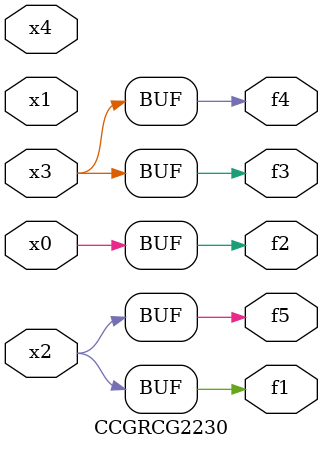
<source format=v>
module CCGRCG2230(
	input x0, x1, x2, x3, x4,
	output f1, f2, f3, f4, f5
);
	assign f1 = x2;
	assign f2 = x0;
	assign f3 = x3;
	assign f4 = x3;
	assign f5 = x2;
endmodule

</source>
